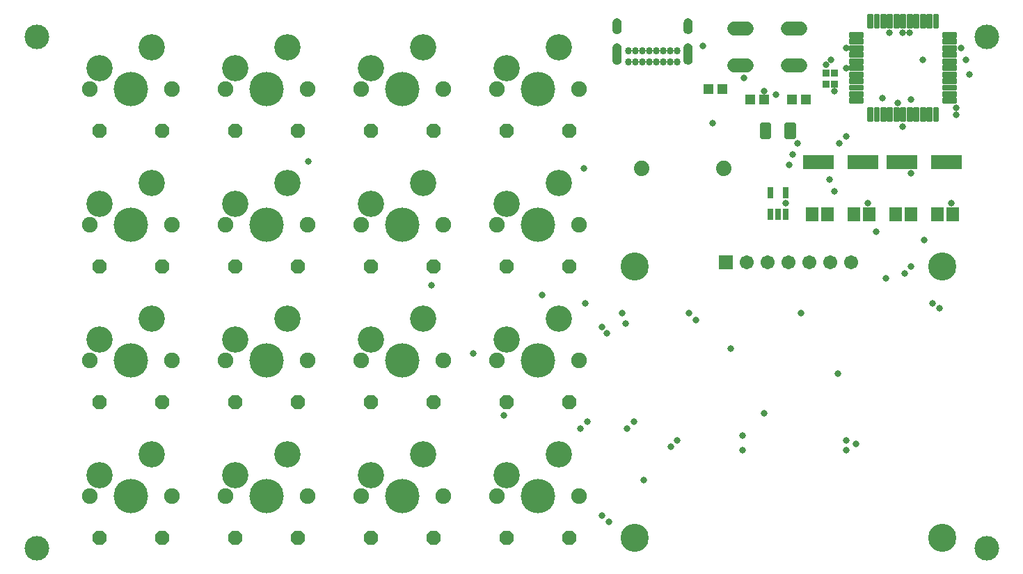
<source format=gbr>
G04 EAGLE Gerber RS-274X export*
G75*
%MOMM*%
%FSLAX34Y34*%
%LPD*%
%INSoldermask Top*%
%IPPOS*%
%AMOC8*
5,1,8,0,0,1.08239X$1,22.5*%
G01*
%ADD10C,3.003200*%
%ADD11R,1.303200X1.203200*%
%ADD12R,3.703200X1.803200*%
%ADD13R,1.703200X1.703200*%
%ADD14C,1.703200*%
%ADD15C,3.419200*%
%ADD16R,0.753200X1.403200*%
%ADD17R,1.503200X1.703200*%
%ADD18C,0.505150*%
%ADD19C,3.203200*%
%ADD20C,1.727200*%
%ADD21C,1.879600*%
%ADD22C,0.338938*%
%ADD23R,0.903200X0.953200*%
%ADD24P,2.655319X8X22.500000*%
%ADD25P,1.843527X8X22.500000*%
%ADD26C,4.191000*%
%ADD27C,1.903200*%
%ADD28C,0.857200*%
%ADD29C,0.807200*%

G36*
X732528Y613657D02*
X732528Y613657D01*
X732533Y613662D01*
X732537Y613659D01*
X733569Y613972D01*
X733573Y613977D01*
X733578Y613975D01*
X734529Y614483D01*
X734532Y614490D01*
X734537Y614489D01*
X735370Y615173D01*
X735372Y615180D01*
X735377Y615180D01*
X736061Y616013D01*
X736061Y616020D01*
X736067Y616021D01*
X736575Y616972D01*
X736574Y616979D01*
X736578Y616981D01*
X736804Y617724D01*
X736819Y617773D01*
X736891Y618013D01*
X736890Y618017D01*
X736892Y618019D01*
X736891Y618021D01*
X736893Y618022D01*
X736999Y619095D01*
X736997Y619098D01*
X736999Y619100D01*
X736999Y634100D01*
X736997Y634103D01*
X736999Y634105D01*
X736893Y635178D01*
X736888Y635183D01*
X736891Y635187D01*
X736578Y636219D01*
X736573Y636223D01*
X736575Y636228D01*
X736067Y637179D01*
X736060Y637182D01*
X736061Y637187D01*
X735377Y638020D01*
X735370Y638022D01*
X735370Y638027D01*
X734537Y638711D01*
X734530Y638711D01*
X734529Y638717D01*
X733578Y639225D01*
X733571Y639224D01*
X733569Y639228D01*
X732537Y639541D01*
X732531Y639539D01*
X732528Y639543D01*
X731455Y639649D01*
X731449Y639645D01*
X731445Y639649D01*
X730372Y639543D01*
X730367Y639538D01*
X730363Y639541D01*
X729331Y639228D01*
X729327Y639223D01*
X729322Y639225D01*
X728371Y638717D01*
X728368Y638710D01*
X728363Y638711D01*
X727530Y638027D01*
X727528Y638020D01*
X727523Y638020D01*
X726839Y637187D01*
X726839Y637180D01*
X726833Y637179D01*
X726325Y636228D01*
X726326Y636222D01*
X726322Y636219D01*
X726142Y635628D01*
X726127Y635579D01*
X726009Y635187D01*
X726009Y635186D01*
X726008Y635185D01*
X726011Y635181D01*
X726007Y635178D01*
X725901Y634105D01*
X725903Y634102D01*
X725901Y634100D01*
X725901Y619100D01*
X725903Y619097D01*
X725901Y619095D01*
X726007Y618022D01*
X726012Y618017D01*
X726009Y618013D01*
X726322Y616981D01*
X726327Y616977D01*
X726325Y616972D01*
X726833Y616021D01*
X726840Y616018D01*
X726839Y616013D01*
X727523Y615180D01*
X727530Y615178D01*
X727530Y615173D01*
X728363Y614489D01*
X728370Y614489D01*
X728371Y614483D01*
X729322Y613975D01*
X729329Y613976D01*
X729331Y613972D01*
X730363Y613659D01*
X730370Y613661D01*
X730372Y613657D01*
X731445Y613551D01*
X731451Y613555D01*
X731455Y613551D01*
X732528Y613657D01*
G37*
G36*
X819028Y613657D02*
X819028Y613657D01*
X819033Y613662D01*
X819037Y613659D01*
X820069Y613972D01*
X820073Y613977D01*
X820078Y613975D01*
X821029Y614483D01*
X821032Y614490D01*
X821037Y614489D01*
X821870Y615173D01*
X821872Y615180D01*
X821877Y615180D01*
X822561Y616013D01*
X822561Y616020D01*
X822567Y616021D01*
X823075Y616972D01*
X823074Y616979D01*
X823078Y616981D01*
X823304Y617724D01*
X823319Y617773D01*
X823391Y618013D01*
X823390Y618017D01*
X823392Y618019D01*
X823391Y618021D01*
X823393Y618022D01*
X823499Y619095D01*
X823497Y619098D01*
X823499Y619100D01*
X823499Y634100D01*
X823497Y634103D01*
X823499Y634105D01*
X823393Y635178D01*
X823388Y635183D01*
X823391Y635187D01*
X823078Y636219D01*
X823073Y636223D01*
X823075Y636228D01*
X822567Y637179D01*
X822560Y637182D01*
X822561Y637187D01*
X821877Y638020D01*
X821870Y638022D01*
X821870Y638027D01*
X821037Y638711D01*
X821030Y638711D01*
X821029Y638717D01*
X820078Y639225D01*
X820071Y639224D01*
X820069Y639228D01*
X819037Y639541D01*
X819031Y639539D01*
X819028Y639543D01*
X817955Y639649D01*
X817949Y639645D01*
X817945Y639649D01*
X816872Y639543D01*
X816867Y639538D01*
X816863Y639541D01*
X815831Y639228D01*
X815827Y639223D01*
X815822Y639225D01*
X814871Y638717D01*
X814868Y638710D01*
X814863Y638711D01*
X814030Y638027D01*
X814028Y638020D01*
X814023Y638020D01*
X813339Y637187D01*
X813339Y637180D01*
X813333Y637179D01*
X812825Y636228D01*
X812826Y636222D01*
X812822Y636219D01*
X812642Y635628D01*
X812627Y635579D01*
X812509Y635187D01*
X812509Y635186D01*
X812508Y635185D01*
X812511Y635181D01*
X812507Y635178D01*
X812401Y634105D01*
X812403Y634102D01*
X812401Y634100D01*
X812401Y619100D01*
X812403Y619097D01*
X812401Y619095D01*
X812507Y618022D01*
X812512Y618017D01*
X812509Y618013D01*
X812822Y616981D01*
X812827Y616977D01*
X812825Y616972D01*
X813333Y616021D01*
X813340Y616018D01*
X813339Y616013D01*
X814023Y615180D01*
X814030Y615178D01*
X814030Y615173D01*
X814863Y614489D01*
X814870Y614489D01*
X814871Y614483D01*
X815822Y613975D01*
X815829Y613976D01*
X815831Y613972D01*
X816863Y613659D01*
X816870Y613661D01*
X816872Y613657D01*
X817945Y613551D01*
X817951Y613555D01*
X817955Y613551D01*
X819028Y613657D01*
G37*
G36*
X732528Y650957D02*
X732528Y650957D01*
X732533Y650962D01*
X732537Y650959D01*
X733569Y651272D01*
X733573Y651277D01*
X733578Y651275D01*
X734529Y651783D01*
X734532Y651790D01*
X734537Y651789D01*
X735370Y652473D01*
X735372Y652480D01*
X735377Y652480D01*
X736061Y653313D01*
X736061Y653320D01*
X736067Y653321D01*
X736575Y654272D01*
X736574Y654279D01*
X736578Y654281D01*
X736804Y655024D01*
X736819Y655073D01*
X736891Y655313D01*
X736890Y655317D01*
X736892Y655319D01*
X736891Y655321D01*
X736893Y655322D01*
X736999Y656395D01*
X736997Y656398D01*
X736999Y656400D01*
X736999Y664400D01*
X736997Y664403D01*
X736999Y664405D01*
X736893Y665478D01*
X736888Y665483D01*
X736891Y665487D01*
X736578Y666519D01*
X736573Y666523D01*
X736575Y666528D01*
X736067Y667479D01*
X736060Y667482D01*
X736061Y667487D01*
X735377Y668320D01*
X735370Y668322D01*
X735370Y668327D01*
X734537Y669011D01*
X734530Y669011D01*
X734529Y669017D01*
X733578Y669525D01*
X733571Y669524D01*
X733569Y669528D01*
X732537Y669841D01*
X732531Y669839D01*
X732528Y669843D01*
X731455Y669949D01*
X731449Y669945D01*
X731445Y669949D01*
X730372Y669843D01*
X730367Y669838D01*
X730363Y669841D01*
X729331Y669528D01*
X729327Y669523D01*
X729322Y669525D01*
X728371Y669017D01*
X728368Y669010D01*
X728363Y669011D01*
X727530Y668327D01*
X727528Y668320D01*
X727523Y668320D01*
X726839Y667487D01*
X726839Y667480D01*
X726833Y667479D01*
X726325Y666528D01*
X726326Y666526D01*
X726325Y666526D01*
X726326Y666525D01*
X726326Y666521D01*
X726322Y666519D01*
X726114Y665836D01*
X726009Y665487D01*
X726011Y665481D01*
X726007Y665478D01*
X725901Y664405D01*
X725903Y664402D01*
X725901Y664400D01*
X725901Y656400D01*
X725903Y656397D01*
X725901Y656395D01*
X726007Y655322D01*
X726012Y655317D01*
X726009Y655313D01*
X726322Y654281D01*
X726327Y654277D01*
X726325Y654272D01*
X726833Y653321D01*
X726840Y653318D01*
X726839Y653313D01*
X727523Y652480D01*
X727530Y652478D01*
X727530Y652473D01*
X728363Y651789D01*
X728370Y651789D01*
X728371Y651783D01*
X729322Y651275D01*
X729329Y651276D01*
X729331Y651272D01*
X730363Y650959D01*
X730370Y650961D01*
X730372Y650957D01*
X731445Y650851D01*
X731451Y650855D01*
X731455Y650851D01*
X732528Y650957D01*
G37*
G36*
X819028Y650957D02*
X819028Y650957D01*
X819033Y650962D01*
X819037Y650959D01*
X820069Y651272D01*
X820073Y651277D01*
X820078Y651275D01*
X821029Y651783D01*
X821032Y651790D01*
X821037Y651789D01*
X821870Y652473D01*
X821872Y652480D01*
X821877Y652480D01*
X822561Y653313D01*
X822561Y653320D01*
X822567Y653321D01*
X823075Y654272D01*
X823074Y654279D01*
X823078Y654281D01*
X823304Y655024D01*
X823319Y655073D01*
X823391Y655313D01*
X823390Y655317D01*
X823392Y655319D01*
X823391Y655321D01*
X823393Y655322D01*
X823499Y656395D01*
X823497Y656398D01*
X823499Y656400D01*
X823499Y664400D01*
X823497Y664403D01*
X823499Y664405D01*
X823393Y665478D01*
X823388Y665483D01*
X823391Y665487D01*
X823078Y666519D01*
X823073Y666523D01*
X823075Y666528D01*
X822567Y667479D01*
X822560Y667482D01*
X822561Y667487D01*
X821877Y668320D01*
X821870Y668322D01*
X821870Y668327D01*
X821037Y669011D01*
X821030Y669011D01*
X821029Y669017D01*
X820078Y669525D01*
X820071Y669524D01*
X820069Y669528D01*
X819037Y669841D01*
X819031Y669839D01*
X819028Y669843D01*
X817955Y669949D01*
X817949Y669945D01*
X817945Y669949D01*
X816872Y669843D01*
X816867Y669838D01*
X816863Y669841D01*
X815831Y669528D01*
X815827Y669523D01*
X815822Y669525D01*
X814871Y669017D01*
X814868Y669010D01*
X814863Y669011D01*
X814030Y668327D01*
X814028Y668320D01*
X814023Y668320D01*
X813339Y667487D01*
X813339Y667480D01*
X813333Y667479D01*
X812825Y666528D01*
X812826Y666526D01*
X812825Y666526D01*
X812826Y666525D01*
X812826Y666521D01*
X812822Y666519D01*
X812614Y665836D01*
X812509Y665487D01*
X812511Y665481D01*
X812507Y665478D01*
X812401Y664405D01*
X812403Y664402D01*
X812401Y664400D01*
X812401Y656400D01*
X812403Y656397D01*
X812401Y656395D01*
X812507Y655322D01*
X812512Y655317D01*
X812509Y655313D01*
X812822Y654281D01*
X812827Y654277D01*
X812825Y654272D01*
X813333Y653321D01*
X813340Y653318D01*
X813339Y653313D01*
X814023Y652480D01*
X814030Y652478D01*
X814030Y652473D01*
X814863Y651789D01*
X814870Y651789D01*
X814871Y651783D01*
X815822Y651275D01*
X815829Y651276D01*
X815831Y651272D01*
X816863Y650959D01*
X816870Y650961D01*
X816872Y650957D01*
X817945Y650851D01*
X817951Y650855D01*
X817955Y650851D01*
X819028Y650957D01*
G37*
D10*
X25400Y647700D03*
X25400Y25400D03*
X1181100Y647700D03*
X1181100Y25400D03*
D11*
X893200Y571500D03*
X910200Y571500D03*
X842400Y584200D03*
X859400Y584200D03*
X944000Y571500D03*
X961000Y571500D03*
D12*
X1131900Y495300D03*
X1077900Y495300D03*
X976300Y495300D03*
X1030300Y495300D03*
D13*
X863600Y373200D03*
D14*
X889000Y373200D03*
X914400Y373200D03*
X939800Y373200D03*
X965200Y373200D03*
X990600Y373200D03*
X1016000Y373200D03*
D15*
X752800Y368200D03*
X1126800Y368200D03*
X752800Y38200D03*
X1126800Y38200D03*
D16*
X917600Y431499D03*
X927100Y431499D03*
X936600Y431499D03*
X936600Y457501D03*
X917600Y457501D03*
D17*
X1019200Y431800D03*
X1038200Y431800D03*
X968400Y431800D03*
X987400Y431800D03*
X1120800Y431800D03*
X1139800Y431800D03*
D18*
X916540Y525810D02*
X907560Y525810D01*
X907560Y540990D01*
X916540Y540990D01*
X916540Y525810D01*
X916540Y530609D02*
X907560Y530609D01*
X907560Y535408D02*
X916540Y535408D01*
X916540Y540207D02*
X907560Y540207D01*
X937660Y525810D02*
X946640Y525810D01*
X937660Y525810D02*
X937660Y540990D01*
X946640Y540990D01*
X946640Y525810D01*
X946640Y530609D02*
X937660Y530609D01*
X937660Y535408D02*
X946640Y535408D01*
X946640Y540207D02*
X937660Y540207D01*
D17*
X1070000Y431800D03*
X1089000Y431800D03*
D19*
X101600Y609600D03*
X165100Y635000D03*
X431800Y279400D03*
X495300Y304800D03*
X431800Y114300D03*
X495300Y139700D03*
X596900Y609600D03*
X660400Y635000D03*
X596900Y444500D03*
X660400Y469900D03*
X596900Y279400D03*
X660400Y304800D03*
X596900Y114300D03*
X660400Y139700D03*
D20*
X874268Y657606D02*
X889508Y657606D01*
X889508Y612394D02*
X874268Y612394D01*
X939292Y657606D02*
X954532Y657606D01*
X954532Y612394D02*
X939292Y612394D01*
D19*
X101600Y444500D03*
X165100Y469900D03*
X101600Y279400D03*
X165100Y304800D03*
X266700Y609600D03*
X330200Y635000D03*
X266700Y444500D03*
X330200Y469900D03*
X101600Y114300D03*
X165100Y139700D03*
X266700Y279400D03*
X330200Y304800D03*
X266700Y114300D03*
X330200Y139700D03*
X431800Y609600D03*
X495300Y635000D03*
X431800Y444500D03*
X495300Y469900D03*
D21*
X761530Y487680D03*
X861530Y487680D03*
D22*
X1041572Y545478D02*
X1041572Y560122D01*
X1041572Y545478D02*
X1037428Y545478D01*
X1037428Y560122D01*
X1041572Y560122D01*
X1041572Y548698D02*
X1037428Y548698D01*
X1037428Y551918D02*
X1041572Y551918D01*
X1041572Y555138D02*
X1037428Y555138D01*
X1037428Y558358D02*
X1041572Y558358D01*
X1049572Y560122D02*
X1049572Y545478D01*
X1045428Y545478D01*
X1045428Y560122D01*
X1049572Y560122D01*
X1049572Y548698D02*
X1045428Y548698D01*
X1045428Y551918D02*
X1049572Y551918D01*
X1049572Y555138D02*
X1045428Y555138D01*
X1045428Y558358D02*
X1049572Y558358D01*
X1057572Y560122D02*
X1057572Y545478D01*
X1053428Y545478D01*
X1053428Y560122D01*
X1057572Y560122D01*
X1057572Y548698D02*
X1053428Y548698D01*
X1053428Y551918D02*
X1057572Y551918D01*
X1057572Y555138D02*
X1053428Y555138D01*
X1053428Y558358D02*
X1057572Y558358D01*
X1065572Y560122D02*
X1065572Y545478D01*
X1061428Y545478D01*
X1061428Y560122D01*
X1065572Y560122D01*
X1065572Y548698D02*
X1061428Y548698D01*
X1061428Y551918D02*
X1065572Y551918D01*
X1065572Y555138D02*
X1061428Y555138D01*
X1061428Y558358D02*
X1065572Y558358D01*
X1073572Y560122D02*
X1073572Y545478D01*
X1069428Y545478D01*
X1069428Y560122D01*
X1073572Y560122D01*
X1073572Y548698D02*
X1069428Y548698D01*
X1069428Y551918D02*
X1073572Y551918D01*
X1073572Y555138D02*
X1069428Y555138D01*
X1069428Y558358D02*
X1073572Y558358D01*
X1081572Y560122D02*
X1081572Y545478D01*
X1077428Y545478D01*
X1077428Y560122D01*
X1081572Y560122D01*
X1081572Y548698D02*
X1077428Y548698D01*
X1077428Y551918D02*
X1081572Y551918D01*
X1081572Y555138D02*
X1077428Y555138D01*
X1077428Y558358D02*
X1081572Y558358D01*
X1089572Y560122D02*
X1089572Y545478D01*
X1085428Y545478D01*
X1085428Y560122D01*
X1089572Y560122D01*
X1089572Y548698D02*
X1085428Y548698D01*
X1085428Y551918D02*
X1089572Y551918D01*
X1089572Y555138D02*
X1085428Y555138D01*
X1085428Y558358D02*
X1089572Y558358D01*
X1097572Y560122D02*
X1097572Y545478D01*
X1093428Y545478D01*
X1093428Y560122D01*
X1097572Y560122D01*
X1097572Y548698D02*
X1093428Y548698D01*
X1093428Y551918D02*
X1097572Y551918D01*
X1097572Y555138D02*
X1093428Y555138D01*
X1093428Y558358D02*
X1097572Y558358D01*
X1105572Y560122D02*
X1105572Y545478D01*
X1101428Y545478D01*
X1101428Y560122D01*
X1105572Y560122D01*
X1105572Y548698D02*
X1101428Y548698D01*
X1101428Y551918D02*
X1105572Y551918D01*
X1105572Y555138D02*
X1101428Y555138D01*
X1101428Y558358D02*
X1105572Y558358D01*
X1113572Y560122D02*
X1113572Y545478D01*
X1109428Y545478D01*
X1109428Y560122D01*
X1113572Y560122D01*
X1113572Y548698D02*
X1109428Y548698D01*
X1109428Y551918D02*
X1113572Y551918D01*
X1113572Y555138D02*
X1109428Y555138D01*
X1109428Y558358D02*
X1113572Y558358D01*
X1121572Y560122D02*
X1121572Y545478D01*
X1117428Y545478D01*
X1117428Y560122D01*
X1121572Y560122D01*
X1121572Y548698D02*
X1117428Y548698D01*
X1117428Y551918D02*
X1121572Y551918D01*
X1121572Y555138D02*
X1117428Y555138D01*
X1117428Y558358D02*
X1121572Y558358D01*
X1121572Y659078D02*
X1121572Y673722D01*
X1121572Y659078D02*
X1117428Y659078D01*
X1117428Y673722D01*
X1121572Y673722D01*
X1121572Y662298D02*
X1117428Y662298D01*
X1117428Y665518D02*
X1121572Y665518D01*
X1121572Y668738D02*
X1117428Y668738D01*
X1117428Y671958D02*
X1121572Y671958D01*
X1113572Y673722D02*
X1113572Y659078D01*
X1109428Y659078D01*
X1109428Y673722D01*
X1113572Y673722D01*
X1113572Y662298D02*
X1109428Y662298D01*
X1109428Y665518D02*
X1113572Y665518D01*
X1113572Y668738D02*
X1109428Y668738D01*
X1109428Y671958D02*
X1113572Y671958D01*
X1105572Y673722D02*
X1105572Y659078D01*
X1101428Y659078D01*
X1101428Y673722D01*
X1105572Y673722D01*
X1105572Y662298D02*
X1101428Y662298D01*
X1101428Y665518D02*
X1105572Y665518D01*
X1105572Y668738D02*
X1101428Y668738D01*
X1101428Y671958D02*
X1105572Y671958D01*
X1097572Y673722D02*
X1097572Y659078D01*
X1093428Y659078D01*
X1093428Y673722D01*
X1097572Y673722D01*
X1097572Y662298D02*
X1093428Y662298D01*
X1093428Y665518D02*
X1097572Y665518D01*
X1097572Y668738D02*
X1093428Y668738D01*
X1093428Y671958D02*
X1097572Y671958D01*
X1089572Y673722D02*
X1089572Y659078D01*
X1085428Y659078D01*
X1085428Y673722D01*
X1089572Y673722D01*
X1089572Y662298D02*
X1085428Y662298D01*
X1085428Y665518D02*
X1089572Y665518D01*
X1089572Y668738D02*
X1085428Y668738D01*
X1085428Y671958D02*
X1089572Y671958D01*
X1081572Y673722D02*
X1081572Y659078D01*
X1077428Y659078D01*
X1077428Y673722D01*
X1081572Y673722D01*
X1081572Y662298D02*
X1077428Y662298D01*
X1077428Y665518D02*
X1081572Y665518D01*
X1081572Y668738D02*
X1077428Y668738D01*
X1077428Y671958D02*
X1081572Y671958D01*
X1073572Y673722D02*
X1073572Y659078D01*
X1069428Y659078D01*
X1069428Y673722D01*
X1073572Y673722D01*
X1073572Y662298D02*
X1069428Y662298D01*
X1069428Y665518D02*
X1073572Y665518D01*
X1073572Y668738D02*
X1069428Y668738D01*
X1069428Y671958D02*
X1073572Y671958D01*
X1065572Y673722D02*
X1065572Y659078D01*
X1061428Y659078D01*
X1061428Y673722D01*
X1065572Y673722D01*
X1065572Y662298D02*
X1061428Y662298D01*
X1061428Y665518D02*
X1065572Y665518D01*
X1065572Y668738D02*
X1061428Y668738D01*
X1061428Y671958D02*
X1065572Y671958D01*
X1057572Y673722D02*
X1057572Y659078D01*
X1053428Y659078D01*
X1053428Y673722D01*
X1057572Y673722D01*
X1057572Y662298D02*
X1053428Y662298D01*
X1053428Y665518D02*
X1057572Y665518D01*
X1057572Y668738D02*
X1053428Y668738D01*
X1053428Y671958D02*
X1057572Y671958D01*
X1049572Y673722D02*
X1049572Y659078D01*
X1045428Y659078D01*
X1045428Y673722D01*
X1049572Y673722D01*
X1049572Y662298D02*
X1045428Y662298D01*
X1045428Y665518D02*
X1049572Y665518D01*
X1049572Y668738D02*
X1045428Y668738D01*
X1045428Y671958D02*
X1049572Y671958D01*
X1041572Y673722D02*
X1041572Y659078D01*
X1037428Y659078D01*
X1037428Y673722D01*
X1041572Y673722D01*
X1041572Y662298D02*
X1037428Y662298D01*
X1037428Y665518D02*
X1041572Y665518D01*
X1041572Y668738D02*
X1037428Y668738D01*
X1037428Y671958D02*
X1041572Y671958D01*
X1030022Y647528D02*
X1015378Y647528D01*
X1015378Y651672D01*
X1030022Y651672D01*
X1030022Y647528D01*
X1030022Y650748D02*
X1015378Y650748D01*
X1015378Y639528D02*
X1030022Y639528D01*
X1015378Y639528D02*
X1015378Y643672D01*
X1030022Y643672D01*
X1030022Y639528D01*
X1030022Y642748D02*
X1015378Y642748D01*
X1015378Y631528D02*
X1030022Y631528D01*
X1015378Y631528D02*
X1015378Y635672D01*
X1030022Y635672D01*
X1030022Y631528D01*
X1030022Y634748D02*
X1015378Y634748D01*
X1015378Y623528D02*
X1030022Y623528D01*
X1015378Y623528D02*
X1015378Y627672D01*
X1030022Y627672D01*
X1030022Y623528D01*
X1030022Y626748D02*
X1015378Y626748D01*
X1015378Y615528D02*
X1030022Y615528D01*
X1015378Y615528D02*
X1015378Y619672D01*
X1030022Y619672D01*
X1030022Y615528D01*
X1030022Y618748D02*
X1015378Y618748D01*
X1015378Y607528D02*
X1030022Y607528D01*
X1015378Y607528D02*
X1015378Y611672D01*
X1030022Y611672D01*
X1030022Y607528D01*
X1030022Y610748D02*
X1015378Y610748D01*
X1015378Y599528D02*
X1030022Y599528D01*
X1015378Y599528D02*
X1015378Y603672D01*
X1030022Y603672D01*
X1030022Y599528D01*
X1030022Y602748D02*
X1015378Y602748D01*
X1015378Y591528D02*
X1030022Y591528D01*
X1015378Y591528D02*
X1015378Y595672D01*
X1030022Y595672D01*
X1030022Y591528D01*
X1030022Y594748D02*
X1015378Y594748D01*
X1015378Y583528D02*
X1030022Y583528D01*
X1015378Y583528D02*
X1015378Y587672D01*
X1030022Y587672D01*
X1030022Y583528D01*
X1030022Y586748D02*
X1015378Y586748D01*
X1015378Y575528D02*
X1030022Y575528D01*
X1015378Y575528D02*
X1015378Y579672D01*
X1030022Y579672D01*
X1030022Y575528D01*
X1030022Y578748D02*
X1015378Y578748D01*
X1015378Y567528D02*
X1030022Y567528D01*
X1015378Y567528D02*
X1015378Y571672D01*
X1030022Y571672D01*
X1030022Y567528D01*
X1030022Y570748D02*
X1015378Y570748D01*
X1128978Y567528D02*
X1143622Y567528D01*
X1128978Y567528D02*
X1128978Y571672D01*
X1143622Y571672D01*
X1143622Y567528D01*
X1143622Y570748D02*
X1128978Y570748D01*
X1128978Y575528D02*
X1143622Y575528D01*
X1128978Y575528D02*
X1128978Y579672D01*
X1143622Y579672D01*
X1143622Y575528D01*
X1143622Y578748D02*
X1128978Y578748D01*
X1128978Y583528D02*
X1143622Y583528D01*
X1128978Y583528D02*
X1128978Y587672D01*
X1143622Y587672D01*
X1143622Y583528D01*
X1143622Y586748D02*
X1128978Y586748D01*
X1128978Y591528D02*
X1143622Y591528D01*
X1128978Y591528D02*
X1128978Y595672D01*
X1143622Y595672D01*
X1143622Y591528D01*
X1143622Y594748D02*
X1128978Y594748D01*
X1128978Y599528D02*
X1143622Y599528D01*
X1128978Y599528D02*
X1128978Y603672D01*
X1143622Y603672D01*
X1143622Y599528D01*
X1143622Y602748D02*
X1128978Y602748D01*
X1128978Y607528D02*
X1143622Y607528D01*
X1128978Y607528D02*
X1128978Y611672D01*
X1143622Y611672D01*
X1143622Y607528D01*
X1143622Y610748D02*
X1128978Y610748D01*
X1128978Y615528D02*
X1143622Y615528D01*
X1128978Y615528D02*
X1128978Y619672D01*
X1143622Y619672D01*
X1143622Y615528D01*
X1143622Y618748D02*
X1128978Y618748D01*
X1128978Y623528D02*
X1143622Y623528D01*
X1128978Y623528D02*
X1128978Y627672D01*
X1143622Y627672D01*
X1143622Y623528D01*
X1143622Y626748D02*
X1128978Y626748D01*
X1128978Y631528D02*
X1143622Y631528D01*
X1128978Y631528D02*
X1128978Y635672D01*
X1143622Y635672D01*
X1143622Y631528D01*
X1143622Y634748D02*
X1128978Y634748D01*
X1128978Y639528D02*
X1143622Y639528D01*
X1128978Y639528D02*
X1128978Y643672D01*
X1143622Y643672D01*
X1143622Y639528D01*
X1143622Y642748D02*
X1128978Y642748D01*
X1128978Y647528D02*
X1143622Y647528D01*
X1128978Y647528D02*
X1128978Y651672D01*
X1143622Y651672D01*
X1143622Y647528D01*
X1143622Y650748D02*
X1128978Y650748D01*
D23*
X985600Y603650D03*
X985600Y590150D03*
X995600Y590150D03*
X995600Y603650D03*
D24*
X164800Y635000D03*
X101600Y609600D03*
D25*
X101600Y533400D03*
X177800Y533400D03*
D26*
X139700Y584200D03*
D27*
X189700Y584200D03*
X89700Y584200D03*
D24*
X164800Y469900D03*
X101600Y444500D03*
D25*
X101600Y368300D03*
X177800Y368300D03*
D26*
X139700Y419100D03*
D27*
X189700Y419100D03*
X89700Y419100D03*
D24*
X164800Y304800D03*
X101600Y279400D03*
D25*
X101600Y203200D03*
X177800Y203200D03*
D26*
X139700Y254000D03*
D27*
X189700Y254000D03*
X89700Y254000D03*
D24*
X164800Y139700D03*
X101600Y114300D03*
D25*
X101600Y38100D03*
X177800Y38100D03*
D26*
X139700Y88900D03*
D27*
X189700Y88900D03*
X89700Y88900D03*
D24*
X329900Y304800D03*
X266700Y279400D03*
D25*
X266700Y203200D03*
X342900Y203200D03*
D26*
X304800Y254000D03*
D27*
X354800Y254000D03*
X254800Y254000D03*
D24*
X495000Y304800D03*
X431800Y279400D03*
D25*
X431800Y203200D03*
X508000Y203200D03*
D26*
X469900Y254000D03*
D27*
X519900Y254000D03*
X419900Y254000D03*
D24*
X329900Y139700D03*
X266700Y114300D03*
D25*
X266700Y38100D03*
X342900Y38100D03*
D26*
X304800Y88900D03*
D27*
X354800Y88900D03*
X254800Y88900D03*
D24*
X495000Y139700D03*
X431800Y114300D03*
D25*
X431800Y38100D03*
X508000Y38100D03*
D26*
X469900Y88900D03*
D27*
X519900Y88900D03*
X419900Y88900D03*
D24*
X660100Y635000D03*
X596900Y609600D03*
D25*
X596900Y533400D03*
X673100Y533400D03*
D26*
X635000Y584200D03*
D27*
X685000Y584200D03*
X585000Y584200D03*
D24*
X660100Y304800D03*
X596900Y279400D03*
D25*
X596900Y203200D03*
X673100Y203200D03*
D26*
X635000Y254000D03*
D27*
X685000Y254000D03*
X585000Y254000D03*
D24*
X660100Y469900D03*
X596900Y444500D03*
D25*
X596900Y368300D03*
X673100Y368300D03*
D26*
X635000Y419100D03*
D27*
X685000Y419100D03*
X585000Y419100D03*
D24*
X660100Y139700D03*
X596900Y114300D03*
D25*
X596900Y38100D03*
X673100Y38100D03*
D26*
X635000Y88900D03*
D27*
X685000Y88900D03*
X585000Y88900D03*
D24*
X329900Y635000D03*
X266700Y609600D03*
D25*
X266700Y533400D03*
X342900Y533400D03*
D26*
X304800Y584200D03*
D27*
X354800Y584200D03*
X254800Y584200D03*
D24*
X495000Y635000D03*
X431800Y609600D03*
D25*
X431800Y533400D03*
X508000Y533400D03*
D26*
X469900Y584200D03*
D27*
X519900Y584200D03*
X419900Y584200D03*
D24*
X329900Y469900D03*
X266700Y444500D03*
D25*
X266700Y368300D03*
X342900Y368300D03*
D26*
X304800Y419100D03*
D27*
X354800Y419100D03*
X254800Y419100D03*
D24*
X495000Y469900D03*
X431800Y444500D03*
D25*
X431800Y368300D03*
X508000Y368300D03*
D26*
X469900Y419100D03*
D27*
X519900Y419100D03*
X419900Y419100D03*
D28*
X804450Y616800D03*
X795950Y616800D03*
X787450Y616800D03*
X778950Y616800D03*
X770450Y616800D03*
X761950Y616800D03*
X753450Y616800D03*
X744950Y616800D03*
X744950Y630300D03*
X753450Y630300D03*
X761950Y630300D03*
X770450Y630300D03*
X778950Y630300D03*
X787450Y630300D03*
X795950Y630300D03*
X804450Y630300D03*
D29*
X796544Y148336D03*
X804672Y156464D03*
X1103376Y619760D03*
X1144016Y552704D03*
X1115568Y323088D03*
X1087120Y652272D03*
X741680Y298704D03*
X690880Y487680D03*
X719328Y286512D03*
X692912Y323088D03*
X751840Y178816D03*
X743712Y170688D03*
X694944Y178816D03*
X686816Y170688D03*
X593344Y186944D03*
X355600Y495808D03*
X556768Y262128D03*
X505968Y345440D03*
X713232Y294640D03*
X640080Y333248D03*
X869696Y268224D03*
X764032Y107696D03*
X1022096Y152400D03*
X737616Y310896D03*
X721360Y56896D03*
X713232Y65024D03*
X827024Y302768D03*
X818896Y310896D03*
X1089152Y570992D03*
X1160272Y601472D03*
X1089152Y367792D03*
X1081024Y359664D03*
X989584Y473456D03*
X924560Y577088D03*
X885952Y597408D03*
X936752Y445008D03*
X847344Y542544D03*
X1036320Y445008D03*
X1001776Y518160D03*
X1009904Y526288D03*
X1009904Y633984D03*
X995680Y459232D03*
X991616Y619760D03*
X1137920Y445008D03*
X1054608Y573024D03*
X883920Y144272D03*
X883920Y162560D03*
X999744Y237744D03*
X910336Y188976D03*
X1009904Y144272D03*
X1009904Y156464D03*
X1078992Y652272D03*
X1144016Y560832D03*
X1123696Y316992D03*
X1089152Y481584D03*
X835660Y636016D03*
X910336Y581152D03*
X1009904Y609600D03*
X1062736Y652272D03*
X985520Y613664D03*
X1078992Y538480D03*
X1072896Y566928D03*
X995680Y581152D03*
X955040Y310896D03*
X1150112Y633984D03*
X1105408Y400304D03*
X1058672Y353568D03*
X950976Y518160D03*
X1156208Y619760D03*
X1046480Y410464D03*
X940816Y491744D03*
X944880Y503936D03*
M02*

</source>
